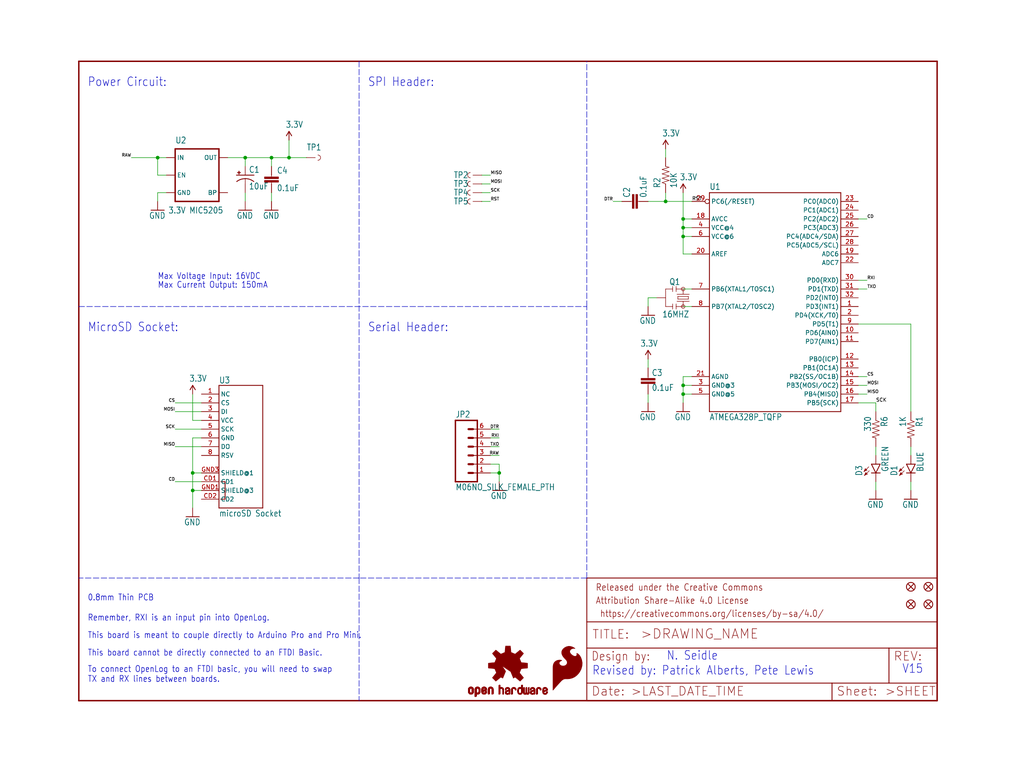
<source format=kicad_sch>
(kicad_sch (version 20211123) (generator eeschema)
  (paper "User" 297.002 223.926)
  (lib_symbols
    (symbol "eagleSchem-eagle-import:0.1UF-25V(+80{slash}-20%)(0603)"
      (property "Reference" "C" (at 1.524 2.921 0))
      (property "Value" "0.1UF-25V(+80{slash}-20%)(0603)" (at 1.524 -2.159 0))
      (symbol "0.1UF-25V(+80{slash}-20%)(0603)_1_0"
        (pin passive line (at 0 5.08 270) (length 2.54) (name "1") (number "1"))
        (pin passive line (at 0 -2.54 90) (length 2.54) (name "2") (number "2"))
      )
    )
    (symbol "eagleSchem-eagle-import:10KOHM-1{slash}10W-1%(0603)0603"
      (property "Reference" "R" (at -3.81 1.4986 0))
      (property "Value" "10KOHM-1{slash}10W-1%(0603)0603" (at -3.81 -3.302 0))
      (symbol "10KOHM-1{slash}10W-1%(0603)0603_1_0"
        (pin passive line (at -5.08 0 0) (length 2.54) (name "1") (number "1"))
        (pin passive line (at 5.08 0 180) (length 2.54) (name "2") (number "2"))
      )
    )
    (symbol "eagleSchem-eagle-import:10UF-6.3V-20%(0603)(TANT){dblquote}"
      (property "Reference" "C" (at 1.016 0.635 0))
      (property "Value" "10UF-6.3V-20%(0603)(TANT){dblquote}" (at 1.016 -4.191 0))
      (symbol "10UF-6.3V-20%(0603)(TANT){dblquote}_1_0"
        (pin passive line (at 0 2.54 270) (length 2.54) (name "+") (number "A"))
        (pin passive line (at 0 -5.08 90) (length 2.54) (name "-") (number "K"))
      )
    )
    (symbol "eagleSchem-eagle-import:1KOHM-1{slash}10W-1%(0603)"
      (property "Reference" "R" (at -3.81 1.4986 0))
      (property "Value" "1KOHM-1{slash}10W-1%(0603)" (at -3.81 -3.302 0))
      (symbol "1KOHM-1{slash}10W-1%(0603)_1_0"
        (pin passive line (at -5.08 0 0) (length 2.54) (name "1") (number "1"))
        (pin passive line (at 5.08 0 180) (length 2.54) (name "2") (number "2"))
      )
    )
    (symbol "eagleSchem-eagle-import:3.3V" (power)
      (property "Value" "3.3V" (at -1.016 3.556 0))
      (symbol "3.3V_1_0"
        (pin power_in line (at 0 0 90) (length 2.54) (name "3.3V") (number "1"))
      )
    )
    (symbol "eagleSchem-eagle-import:330OHM1{slash}10W1%(0603)"
      (property "Reference" "R" (at -3.81 1.4986 0))
      (property "Value" "330OHM1{slash}10W1%(0603)" (at -3.81 -3.302 0))
      (symbol "330OHM1{slash}10W1%(0603)_1_0"
        (pin passive line (at -5.08 0 0) (length 2.54) (name "1") (number "1"))
        (pin passive line (at 5.08 0 180) (length 2.54) (name "2") (number "2"))
      )
    )
    (symbol "eagleSchem-eagle-import:ATMEGA328P_TQFP"
      (property "Reference" "U" (at -20.32 33.782 0))
      (property "Value" "ATMEGA328P_TQFP" (at -20.32 -33.02 0))
      (symbol "ATMEGA328P_TQFP_1_0"
        (pin bidirectional line (at 22.86 0 180) (length 5.08) (name "PD3(INT1)") (number "1"))
        (pin bidirectional line (at 22.86 -7.62 180) (length 5.08) (name "PD6(AIN0)") (number "10"))
        (pin bidirectional line (at 22.86 -10.16 180) (length 5.08) (name "PD7(AIN1)") (number "11"))
        (pin bidirectional line (at 22.86 -15.24 180) (length 5.08) (name "PB0(ICP)") (number "12"))
        (pin bidirectional line (at 22.86 -17.78 180) (length 5.08) (name "PB1(OC1A)") (number "13"))
        (pin bidirectional line (at 22.86 -20.32 180) (length 5.08) (name "PB2(SS/OC1B)") (number "14"))
        (pin bidirectional line (at 22.86 -22.86 180) (length 5.08) (name "PB3(MOSI/OC2)") (number "15"))
        (pin bidirectional line (at 22.86 -25.4 180) (length 5.08) (name "PB4(MISO)") (number "16"))
        (pin bidirectional line (at 22.86 -27.94 180) (length 5.08) (name "PB5(SCK)") (number "17"))
        (pin bidirectional line (at -25.4 25.4 0) (length 5.08) (name "AVCC") (number "18"))
        (pin bidirectional line (at 22.86 15.24 180) (length 5.08) (name "ADC6") (number "19"))
        (pin bidirectional line (at 22.86 -2.54 180) (length 5.08) (name "PD4(XCK/T0)") (number "2"))
        (pin bidirectional line (at -25.4 15.24 0) (length 5.08) (name "AREF") (number "20"))
        (pin bidirectional line (at -25.4 -20.32 0) (length 5.08) (name "AGND") (number "21"))
        (pin bidirectional line (at 22.86 12.7 180) (length 5.08) (name "ADC7") (number "22"))
        (pin bidirectional line (at 22.86 30.48 180) (length 5.08) (name "PC0(ADC0)") (number "23"))
        (pin bidirectional line (at 22.86 27.94 180) (length 5.08) (name "PC1(ADC1)") (number "24"))
        (pin bidirectional line (at 22.86 25.4 180) (length 5.08) (name "PC2(ADC2)") (number "25"))
        (pin bidirectional line (at 22.86 22.86 180) (length 5.08) (name "PC3(ADC3)") (number "26"))
        (pin bidirectional line (at 22.86 20.32 180) (length 5.08) (name "PC4(ADC4/SDA)") (number "27"))
        (pin bidirectional line (at 22.86 17.78 180) (length 5.08) (name "PC5(ADC5/SCL)") (number "28"))
        (pin bidirectional inverted (at -25.4 30.48 0) (length 5.08) (name "PC6(/RESET)") (number "29"))
        (pin bidirectional line (at -25.4 -22.86 0) (length 5.08) (name "GND@3") (number "3"))
        (pin bidirectional line (at 22.86 7.62 180) (length 5.08) (name "PD0(RXD)") (number "30"))
        (pin bidirectional line (at 22.86 5.08 180) (length 5.08) (name "PD1(TXD)") (number "31"))
        (pin bidirectional line (at 22.86 2.54 180) (length 5.08) (name "PD2(INT0)") (number "32"))
        (pin bidirectional line (at -25.4 22.86 0) (length 5.08) (name "VCC@4") (number "4"))
        (pin bidirectional line (at -25.4 -25.4 0) (length 5.08) (name "GND@5") (number "5"))
        (pin bidirectional line (at -25.4 20.32 0) (length 5.08) (name "VCC@6") (number "6"))
        (pin bidirectional line (at -25.4 5.08 0) (length 5.08) (name "PB6(XTAL1/TOSC1)") (number "7"))
        (pin bidirectional line (at -25.4 0 0) (length 5.08) (name "PB7(XTAL2/TOSC2)") (number "8"))
        (pin bidirectional line (at 22.86 -5.08 180) (length 5.08) (name "PD5(T1)") (number "9"))
      )
    )
    (symbol "eagleSchem-eagle-import:FIDUCIALUFIDUCIAL")
    (symbol "eagleSchem-eagle-import:FRAME-LETTER"
      (symbol "FRAME-LETTER_2_0"
        (text " https://creativecommons.org/licenses/by-sa/4.0/" (at 2.54 24.13 0) (effects (font (size 1.9304 1.6408)) (justify left bottom)))
        (text ">DRAWING_NAME" (at 15.494 17.78 0) (effects (font (size 2.7432 2.7432)) (justify left bottom)))
        (text ">LAST_DATE_TIME" (at 12.7 1.27 0) (effects (font (size 2.54 2.54)) (justify left bottom)))
        (text ">SHEET" (at 86.36 1.27 0) (effects (font (size 2.54 2.54)) (justify left bottom)))
        (text "Attribution Share-Alike 4.0 License" (at 2.54 27.94 0) (effects (font (size 1.9304 1.6408)) (justify left bottom)))
        (text "Date:" (at 1.27 1.27 0) (effects (font (size 2.54 2.54)) (justify left bottom)))
        (text "Design by:" (at 1.27 11.43 0) (effects (font (size 2.54 2.159)) (justify left bottom)))
        (text "Released under the Creative Commons" (at 2.54 31.75 0) (effects (font (size 1.9304 1.6408)) (justify left bottom)))
        (text "REV:" (at 88.9 11.43 0) (effects (font (size 2.54 2.54)) (justify left bottom)))
        (text "Sheet:" (at 72.39 1.27 0) (effects (font (size 2.54 2.54)) (justify left bottom)))
        (text "TITLE:" (at 1.524 17.78 0) (effects (font (size 2.54 2.54)) (justify left bottom)))
      )
    )
    (symbol "eagleSchem-eagle-import:GND" (power)
      (property "Value" "GND" (at -2.54 -2.54 0))
      (symbol "GND_1_0"
        (pin power_in line (at 0 2.54 270) (length 2.54) (name "GND") (number "1"))
      )
    )
    (symbol "eagleSchem-eagle-import:LED-BLUE0603"
      (property "Reference" "D" (at 3.556 -4.572 90))
      (property "Value" "LED-BLUE0603" (at 5.715 -4.572 90))
      (symbol "LED-BLUE0603_1_0"
        (pin passive line (at 0 2.54 270) (length 2.54) (name "A") (number "A"))
        (pin passive line (at 0 -5.08 90) (length 2.54) (name "C") (number "C"))
      )
    )
    (symbol "eagleSchem-eagle-import:LED-GREEN0603"
      (property "Reference" "D" (at 3.556 -4.572 90))
      (property "Value" "LED-GREEN0603" (at 5.715 -4.572 90))
      (symbol "LED-GREEN0603_1_0"
        (pin passive line (at 0 2.54 270) (length 2.54) (name "A") (number "A"))
        (pin passive line (at 0 -5.08 90) (length 2.54) (name "C") (number "C"))
      )
    )
    (symbol "eagleSchem-eagle-import:M06NO_SILK_FEMALE_PTH"
      (property "Reference" "J" (at -5.08 10.922 0))
      (property "Value" "M06NO_SILK_FEMALE_PTH" (at -5.08 -10.16 0))
      (symbol "M06NO_SILK_FEMALE_PTH_1_0"
        (pin passive line (at 5.08 -5.08 180) (length 5.08) (name "1") (number "1"))
        (pin passive line (at 5.08 -2.54 180) (length 5.08) (name "2") (number "2"))
        (pin passive line (at 5.08 0 180) (length 5.08) (name "3") (number "3"))
        (pin passive line (at 5.08 2.54 180) (length 5.08) (name "4") (number "4"))
        (pin passive line (at 5.08 5.08 180) (length 5.08) (name "5") (number "5"))
        (pin passive line (at 5.08 7.62 180) (length 5.08) (name "6") (number "6"))
      )
    )
    (symbol "eagleSchem-eagle-import:MIC52053.3V"
      (property "Reference" "U" (at -7.62 9.144 0))
      (property "Value" "MIC52053.3V" (at -7.62 -11.43 0))
      (symbol "MIC52053.3V_1_0"
        (pin input line (at -10.16 5.08 0) (length 2.54) (name "IN") (number "1"))
        (pin input line (at -10.16 -5.08 0) (length 2.54) (name "GND") (number "2"))
        (pin input line (at -10.16 0 0) (length 2.54) (name "EN") (number "3"))
        (pin input line (at 7.62 -5.08 180) (length 2.54) (name "BP") (number "4"))
        (pin passive line (at 7.62 5.08 180) (length 2.54) (name "OUT") (number "5"))
      )
    )
    (symbol "eagleSchem-eagle-import:OSHW-LOGOMINI")
    (symbol "eagleSchem-eagle-import:RESONATOR16MHZ"
      (property "Reference" "Y" (at 2.54 1.016 0))
      (property "Value" "RESONATOR16MHZ" (at 2.54 -7.62 0))
      (symbol "RESONATOR16MHZ_1_0"
        (pin passive line (at -2.54 0 0) (length 0) (name "1") (number "1"))
        (pin passive line (at 0 -7.62 90) (length 0) (name "2") (number "2"))
        (pin passive line (at 2.54 0 180) (length 0) (name "3") (number "3"))
      )
    )
    (symbol "eagleSchem-eagle-import:SFE_LOGO_FLAME.1_INCH")
    (symbol "eagleSchem-eagle-import:TEST-POINT3"
      (property "Reference" "TP" (at -2.54 2.54 0))
      (property "Value" "TEST-POINT3" (at -2.54 -2.54 0))
      (symbol "TEST-POINT3_1_0"
        (pin bidirectional line (at 0 0 180) (length 0) (name "1") (number "P$1"))
      )
    )
    (symbol "eagleSchem-eagle-import:USD-SOCKET"
      (property "Reference" "JP" (at -2.54 15.748 0))
      (property "Value" "USD-SOCKET" (at -2.54 -22.86 0))
      (symbol "USD-SOCKET_1_0"
        (pin bidirectional line (at -7.62 12.7 0) (length 5.08) (name "NC") (number "1"))
        (pin bidirectional line (at -7.62 10.16 0) (length 5.08) (name "CS") (number "2"))
        (pin bidirectional line (at -7.62 7.62 0) (length 5.08) (name "DI") (number "3"))
        (pin bidirectional line (at -7.62 5.08 0) (length 5.08) (name "VCC") (number "4"))
        (pin bidirectional line (at -7.62 2.54 0) (length 5.08) (name "SCK") (number "5"))
        (pin bidirectional line (at -7.62 0 0) (length 5.08) (name "GND") (number "6"))
        (pin bidirectional line (at -7.62 -2.54 0) (length 5.08) (name "DO") (number "7"))
        (pin bidirectional line (at -7.62 -5.08 0) (length 5.08) (name "RSV") (number "8"))
        (pin bidirectional line (at -7.62 -12.7 0) (length 5.08) (name "CD1") (number "CD1"))
        (pin bidirectional line (at -7.62 -17.78 0) (length 5.08) (name "CD2") (number "CD2"))
        (pin bidirectional line (at -7.62 -15.24 0) (length 5.08) (name "SHIELD@3") (number "GND1"))
        (pin bidirectional line (at -7.62 -10.16 0) (length 5.08) (name "SHIELD@1") (number "GND3"))
      )
    )
  )
  (junction (at 55.88 137.16))
  (junction (at 198.12 111.76))
  (junction (at 198.12 114.3))
  (junction (at 198.12 66.04))
  (junction (at 144.78 137.16))
  (junction (at 198.12 68.58))
  (junction (at 71.12 45.72))
  (junction (at 193.04 58.42))
  (junction (at 83.82 45.72))
  (junction (at 78.74 45.72))
  (junction (at 55.88 142.24))
  (junction (at 198.12 63.5))
  (junction (at 45.72 45.72))
  (wire (pts (xy 48.26 55.88) (xy 45.72 55.88)))
  (wire (pts (xy 83.82 40.64) (xy 83.82 45.72)))
  (wire (pts (xy 264.16 93.98) (xy 264.16 119.38)))
  (wire (pts (xy 200.66 63.5) (xy 198.12 63.5)))
  (polyline (pts (xy 170.18 88.9) (xy 170.18 17.78)))
  (polyline (pts (xy 104.14 167.64) (xy 22.86 167.64)))
  (wire (pts (xy 71.12 45.72) (xy 78.74 45.72)))
  (wire (pts (xy 71.12 58.42) (xy 71.12 55.88)))
  (wire (pts (xy 200.66 109.22) (xy 198.12 109.22)))
  (wire (pts (xy 198.12 111.76) (xy 198.12 114.3)))
  (wire (pts (xy 58.42 121.92) (xy 55.88 121.92)))
  (wire (pts (xy 58.42 129.54) (xy 50.8 129.54)))
  (wire (pts (xy 193.04 43.18) (xy 193.04 45.72)))
  (wire (pts (xy 200.66 68.58) (xy 198.12 68.58)))
  (wire (pts (xy 198.12 63.5) (xy 198.12 55.88)))
  (wire (pts (xy 264.16 132.08) (xy 264.16 129.54)))
  (wire (pts (xy 58.42 142.24) (xy 55.88 142.24)))
  (wire (pts (xy 193.04 55.88) (xy 193.04 58.42)))
  (wire (pts (xy 248.92 81.28) (xy 251.46 81.28)))
  (wire (pts (xy 55.88 137.16) (xy 55.88 142.24)))
  (wire (pts (xy 88.9 45.72) (xy 83.82 45.72)))
  (wire (pts (xy 58.42 124.46) (xy 50.8 124.46)))
  (wire (pts (xy 187.96 104.14) (xy 187.96 106.68)))
  (wire (pts (xy 142.24 132.08) (xy 144.78 132.08)))
  (wire (pts (xy 248.92 83.82) (xy 251.46 83.82)))
  (wire (pts (xy 83.82 45.72) (xy 78.74 45.72)))
  (wire (pts (xy 254 142.24) (xy 254 139.7)))
  (wire (pts (xy 55.88 121.92) (xy 55.88 114.3)))
  (wire (pts (xy 248.92 63.5) (xy 251.46 63.5)))
  (polyline (pts (xy 104.14 167.64) (xy 104.14 203.2)))
  (wire (pts (xy 200.66 73.66) (xy 198.12 73.66)))
  (wire (pts (xy 198.12 109.22) (xy 198.12 111.76)))
  (wire (pts (xy 200.66 111.76) (xy 198.12 111.76)))
  (wire (pts (xy 198.12 73.66) (xy 198.12 68.58)))
  (wire (pts (xy 264.16 139.7) (xy 264.16 142.24)))
  (wire (pts (xy 198.12 68.58) (xy 198.12 66.04)))
  (wire (pts (xy 66.04 45.72) (xy 71.12 45.72)))
  (wire (pts (xy 58.42 127) (xy 55.88 127)))
  (polyline (pts (xy 170.18 167.64) (xy 104.14 167.64)))
  (wire (pts (xy 198.12 83.82) (xy 200.66 83.82)))
  (wire (pts (xy 200.66 114.3) (xy 198.12 114.3)))
  (wire (pts (xy 200.66 58.42) (xy 193.04 58.42)))
  (wire (pts (xy 55.88 127) (xy 55.88 137.16)))
  (wire (pts (xy 71.12 45.72) (xy 71.12 48.26)))
  (wire (pts (xy 248.92 116.84) (xy 254 116.84)))
  (wire (pts (xy 78.74 58.42) (xy 78.74 55.88)))
  (polyline (pts (xy 22.86 88.9) (xy 170.18 88.9)))
  (wire (pts (xy 187.96 116.84) (xy 187.96 114.3)))
  (wire (pts (xy 142.24 124.46) (xy 144.78 124.46)))
  (wire (pts (xy 248.92 114.3) (xy 251.46 114.3)))
  (wire (pts (xy 198.12 114.3) (xy 198.12 116.84)))
  (wire (pts (xy 55.88 142.24) (xy 55.88 147.32)))
  (wire (pts (xy 139.7 58.42) (xy 142.24 58.42)))
  (wire (pts (xy 142.24 137.16) (xy 144.78 137.16)))
  (wire (pts (xy 200.66 66.04) (xy 198.12 66.04)))
  (wire (pts (xy 248.92 111.76) (xy 251.46 111.76)))
  (wire (pts (xy 139.7 55.88) (xy 142.24 55.88)))
  (wire (pts (xy 38.1 45.72) (xy 45.72 45.72)))
  (wire (pts (xy 187.96 86.36) (xy 190.5 86.36)))
  (wire (pts (xy 254 116.84) (xy 254 119.38)))
  (wire (pts (xy 248.92 93.98) (xy 264.16 93.98)))
  (wire (pts (xy 142.24 134.62) (xy 144.78 134.62)))
  (wire (pts (xy 45.72 55.88) (xy 45.72 58.42)))
  (wire (pts (xy 248.92 109.22) (xy 251.46 109.22)))
  (wire (pts (xy 198.12 66.04) (xy 198.12 63.5)))
  (wire (pts (xy 144.78 137.16) (xy 144.78 139.7)))
  (wire (pts (xy 45.72 45.72) (xy 48.26 45.72)))
  (wire (pts (xy 144.78 134.62) (xy 144.78 137.16)))
  (polyline (pts (xy 170.18 167.64) (xy 170.18 88.9)))
  (wire (pts (xy 180.34 58.42) (xy 177.8 58.42)))
  (wire (pts (xy 48.26 50.8) (xy 45.72 50.8)))
  (wire (pts (xy 58.42 137.16) (xy 55.88 137.16)))
  (wire (pts (xy 193.04 58.42) (xy 187.96 58.42)))
  (wire (pts (xy 58.42 119.38) (xy 50.8 119.38)))
  (wire (pts (xy 187.96 88.9) (xy 187.96 86.36)))
  (wire (pts (xy 198.12 88.9) (xy 200.66 88.9)))
  (polyline (pts (xy 104.14 17.78) (xy 104.14 167.64)))
  (wire (pts (xy 142.24 129.54) (xy 144.78 129.54)))
  (wire (pts (xy 142.24 127) (xy 144.78 127)))
  (wire (pts (xy 45.72 50.8) (xy 45.72 45.72)))
  (wire (pts (xy 78.74 45.72) (xy 78.74 48.26)))
  (wire (pts (xy 58.42 116.84) (xy 50.8 116.84)))
  (wire (pts (xy 139.7 53.34) (xy 142.24 53.34)))
  (wire (pts (xy 254 129.54) (xy 254 132.08)))
  (wire (pts (xy 58.42 139.7) (xy 50.8 139.7)))
  (wire (pts (xy 139.7 50.8) (xy 142.24 50.8)))
  (text "Revised by: Patrick Alberts, Pete Lewis" (at 171.704 196.088 180) (effects (font (size 2.54 2.159)) (justify left bottom)))
  (text "To connect OpenLog to an FTDI basic, you will need to swap\nTX and RX lines between boards." (at 25.4 198.12 0) (effects (font (size 1.778 1.5113)) (justify left bottom)))
  (text "Remember, RXI is an input pin into OpenLog." (at 25.4 180.34 180) (effects (font (size 1.778 1.5113)) (justify left bottom)))
  (text "N. Seidle" (at 193.294 191.77 180) (effects (font (size 2.54 2.159)) (justify left bottom)))
  (text "0.8mm Thin PCB" (at 25.4 174.498 180) (effects (font (size 1.778 1.5113)) (justify left bottom)))
  (text "V15" (at 261.62 195.58 180) (effects (font (size 2.54 2.159)) (justify left bottom)))
  (text "This board is meant to couple directly to Arduino Pro and Pro Mini." (at 25.4 185.42 0) (effects (font (size 1.778 1.5113)) (justify left bottom)))
  (text "Power Circuit:" (at 25.4 25.4 180) (effects (font (size 2.54 2.159)) (justify left bottom)))
  (text "SPI Header:" (at 106.68 25.4 180) (effects (font (size 2.54 2.159)) (justify left bottom)))
  (text "MicroSD Socket:" (at 25.4 96.52 180) (effects (font (size 2.54 2.159)) (justify left bottom)))
  (text "Serial Header:" (at 106.68 96.52 180) (effects (font (size 2.54 2.159)) (justify left bottom)))
  (text "Max Voltage Input: 16VDC" (at 45.72 81.28 180) (effects (font (size 1.778 1.5113)) (justify left bottom)))
  (text "This board cannot be directly connected to an FTDI Basic." (at 25.4 190.5 0) (effects (font (size 1.778 1.5113)) (justify left bottom)))
  (text "Max Current Output: 150mA" (at 45.72 83.82 180) (effects (font (size 1.778 1.5113)) (justify left bottom)))
  (label "SCK" (at 254 116.84 0) (effects (font (size 1.016 1.016))))
  (label "RST" (at 200.66 58.42 0) (effects (font (size 1.016 1.016))))
  (label "RXI" (at 251.46 81.28 0) (effects (font (size 0.889 0.889))))
  (label "DTR" (at 144.78 124.46 180) (effects (font (size 0.889 0.889))))
  (label "CS" (at 50.8 116.84 180) (effects (font (size 0.889 0.889))))
  (label "MISO" (at 142.24 50.8 0) (effects (font (size 0.889 0.889))))
  (label "DTR" (at 177.8 58.42 180) (effects (font (size 0.889 0.889))))
  (label "TXO" (at 251.46 83.82 0) (effects (font (size 0.889 0.889))))
  (label "MOSI" (at 50.8 119.38 180) (effects (font (size 0.889 0.889))))
  (label "MOSI" (at 142.24 53.34 0) (effects (font (size 0.889 0.889))))
  (label "CD" (at 50.8 139.7 180) (effects (font (size 0.889 0.889))))
  (label "MISO" (at 251.46 114.3 0) (effects (font (size 0.889 0.889))))
  (label "MOSI" (at 251.46 111.76 0) (effects (font (size 0.889 0.889))))
  (label "CS" (at 251.46 109.22 0) (effects (font (size 0.889 0.889))))
  (label "CD" (at 251.46 63.5 0) (effects (font (size 0.889 0.889))))
  (label "RAW" (at 144.78 132.08 180) (effects (font (size 0.889 0.889))))
  (label "SCK" (at 50.8 124.46 180) (effects (font (size 0.889 0.889))))
  (label "RAW" (at 38.1 45.72 180) (effects (font (size 0.889 0.889))))
  (label "RXI" (at 144.78 127 180) (effects (font (size 0.889 0.889))))
  (label "TXO" (at 144.78 129.54 180) (effects (font (size 0.889 0.889))))
  (label "RST" (at 142.24 58.42 0) (effects (font (size 0.889 0.889))))
  (label "SCK" (at 142.24 55.88 0) (effects (font (size 0.889 0.889))))
  (label "MISO" (at 50.8 129.54 180) (effects (font (size 0.889 0.889))))
  (symbol (lib_id "eagleSchem-eagle-import:3.3V") (at 55.88 114.3 0) (unit 1)
    (property "Reference" "#P+2" (effects hide))
    (property "Value" "3.3V" (at 54.864 110.744 0) (effects (font (size 1.778 1.5113)) (justify left bottom)))
    (property "Footprint" "eagleSchem:" (effects hide))
  )
  (symbol (lib_id "eagleSchem-eagle-import:GND") (at 78.74 60.96 0) (unit 1)
    (property "Reference" "#GND26" (effects hide))
    (property "Value" "GND" (at 76.2 63.5 0) (effects (font (size 1.778 1.5113)) (justify left bottom)))
    (property "Footprint" "eagleSchem:" (effects hide))
  )
  (symbol (lib_id "eagleSchem-eagle-import:TEST-POINT3") (at 139.7 50.8 180) (unit 1)
    (property "Reference" "TP2" (at 135.89 49.784 0) (effects (font (size 1.778 1.5113)) (justify left bottom)))
    (property "Value" "TEST-POINT3" (effects hide))
    (property "Footprint" "eagleSchem:PAD.03X.03" (effects hide))
  )
  (symbol (lib_id "eagleSchem-eagle-import:FIDUCIALUFIDUCIAL") (at 269.24 170.18 0) (unit 1)
    (property "Reference" "FID1" (effects hide))
    (property "Value" "FIDUCIALUFIDUCIAL" (effects hide))
    (property "Footprint" "eagleSchem:MICRO-FIDUCIAL" (effects hide))
  )
  (symbol (lib_id "eagleSchem-eagle-import:GND") (at 254 144.78 0) (unit 1)
    (property "Reference" "#GND8" (effects hide))
    (property "Value" "GND" (at 251.46 147.32 0) (effects (font (size 1.778 1.5113)) (justify left bottom)))
    (property "Footprint" "eagleSchem:" (effects hide))
  )
  (symbol (lib_id "eagleSchem-eagle-import:GND") (at 187.96 119.38 0) (unit 1)
    (property "Reference" "#GND1" (effects hide))
    (property "Value" "GND" (at 185.42 121.92 0) (effects (font (size 1.778 1.5113)) (justify left bottom)))
    (property "Footprint" "eagleSchem:" (effects hide))
  )
  (symbol (lib_id "eagleSchem-eagle-import:GND") (at 187.96 91.44 0) (unit 1)
    (property "Reference" "#GND4" (effects hide))
    (property "Value" "GND" (at 185.42 93.98 0) (effects (font (size 1.778 1.5113)) (justify left bottom)))
    (property "Footprint" "eagleSchem:" (effects hide))
  )
  (symbol (lib_id "eagleSchem-eagle-import:1KOHM-1{slash}10W-1%(0603)") (at 264.16 124.46 270) (unit 1)
    (property "Reference" "R1" (at 265.6586 120.65 0) (effects (font (size 1.778 1.5113)) (justify left bottom)))
    (property "Value" "1K" (at 260.858 120.65 0) (effects (font (size 1.778 1.5113)) (justify left bottom)))
    (property "Footprint" "eagleSchem:0603-RES" (effects hide))
  )
  (symbol (lib_id "eagleSchem-eagle-import:GND") (at 55.88 149.86 0) (unit 1)
    (property "Reference" "#GND3" (effects hide))
    (property "Value" "GND" (at 53.34 152.4 0) (effects (font (size 1.778 1.5113)) (justify left bottom)))
    (property "Footprint" "eagleSchem:" (effects hide))
  )
  (symbol (lib_id "eagleSchem-eagle-import:RESONATOR16MHZ") (at 198.12 86.36 270) (mirror x) (unit 1)
    (property "Reference" "Q1" (at 194.056 80.772 90) (effects (font (size 1.778 1.5113)) (justify left bottom)))
    (property "Value" "16MHZ" (at 192.024 90.17 90) (effects (font (size 1.778 1.5113)) (justify left bottom)))
    (property "Footprint" "eagleSchem:RESONATOR-SMD" (effects hide))
  )
  (symbol (lib_id "eagleSchem-eagle-import:TEST-POINT3") (at 88.9 45.72 0) (unit 1)
    (property "Reference" "TP1" (at 88.9 43.688 0) (effects (font (size 1.778 1.5113)) (justify left bottom)))
    (property "Value" "TEST-POINT3" (effects hide))
    (property "Footprint" "eagleSchem:PAD.03X.03" (effects hide))
  )
  (symbol (lib_id "eagleSchem-eagle-import:FIDUCIALUFIDUCIAL") (at 264.16 170.18 0) (unit 1)
    (property "Reference" "FID2" (effects hide))
    (property "Value" "FIDUCIALUFIDUCIAL" (effects hide))
    (property "Footprint" "eagleSchem:MICRO-FIDUCIAL" (effects hide))
  )
  (symbol (lib_id "eagleSchem-eagle-import:TEST-POINT3") (at 139.7 53.34 180) (unit 1)
    (property "Reference" "TP3" (at 135.89 52.324 0) (effects (font (size 1.778 1.5113)) (justify left bottom)))
    (property "Value" "TEST-POINT3" (effects hide))
    (property "Footprint" "eagleSchem:PAD.03X.03" (effects hide))
  )
  (symbol (lib_id "eagleSchem-eagle-import:ATMEGA328P_TQFP") (at 226.06 88.9 0) (unit 1)
    (property "Reference" "U1" (at 205.74 55.118 0) (effects (font (size 1.778 1.5113)) (justify left bottom)))
    (property "Value" "ATMEGA328P_TQFP" (at 205.74 121.92 0) (effects (font (size 1.778 1.5113)) (justify left bottom)))
    (property "Footprint" "eagleSchem:TQFP32-08" (effects hide))
  )
  (symbol (lib_id "eagleSchem-eagle-import:USD-SOCKET") (at 66.04 127 0) (unit 1)
    (property "Reference" "U3" (at 63.5 111.252 0) (effects (font (size 1.778 1.5113)) (justify left bottom)))
    (property "Value" "microSD Socket" (at 63.5 149.86 0) (effects (font (size 1.778 1.5113)) (justify left bottom)))
    (property "Footprint" "eagleSchem:MICROSD_1_1" (effects hide))
  )
  (symbol (lib_id "eagleSchem-eagle-import:FIDUCIALUFIDUCIAL") (at 269.24 175.26 0) (unit 1)
    (property "Reference" "FID3" (effects hide))
    (property "Value" "FIDUCIALUFIDUCIAL" (effects hide))
    (property "Footprint" "eagleSchem:MICRO-FIDUCIAL" (effects hide))
  )
  (symbol (lib_id "eagleSchem-eagle-import:LED-BLUE0603") (at 264.16 134.62 0) (unit 1)
    (property "Reference" "D1" (at 258.318 134.874 90) (effects (font (size 1.778 1.5113)) (justify right top)))
    (property "Value" "BLUE" (at 267.843 136.906 90) (effects (font (size 1.778 1.5113)) (justify left bottom)))
    (property "Footprint" "eagleSchem:LED-0603" (effects hide))
  )
  (symbol (lib_id "eagleSchem-eagle-import:FRAME-LETTER") (at 170.18 203.2 0) (unit 2)
    (property "Reference" "FRAME1" (effects hide))
    (property "Value" "FRAME-LETTER" (effects hide))
    (property "Footprint" "eagleSchem:CREATIVE_COMMONS" (effects hide))
  )
  (symbol (lib_id "eagleSchem-eagle-import:0.1UF-25V(+80{slash}-20%)(0603)") (at 78.74 53.34 0) (unit 1)
    (property "Reference" "C4" (at 80.264 50.419 0) (effects (font (size 1.778 1.5113)) (justify left bottom)))
    (property "Value" "0.1uF" (at 80.264 55.499 0) (effects (font (size 1.778 1.5113)) (justify left bottom)))
    (property "Footprint" "eagleSchem:0603-CAP" (effects hide))
  )
  (symbol (lib_id "eagleSchem-eagle-import:M06NO_SILK_FEMALE_PTH") (at 137.16 132.08 0) (unit 1)
    (property "Reference" "JP2" (at 132.08 121.158 0) (effects (font (size 1.778 1.5113)) (justify left bottom)))
    (property "Value" "M06NO_SILK_FEMALE_PTH" (at 132.08 142.24 0) (effects (font (size 1.778 1.5113)) (justify left bottom)))
    (property "Footprint" "eagleSchem:1X06_NO_SILK" (effects hide))
  )
  (symbol (lib_id "eagleSchem-eagle-import:3.3V") (at 83.82 40.64 0) (unit 1)
    (property "Reference" "#P+12" (effects hide))
    (property "Value" "3.3V" (at 82.804 37.084 0) (effects (font (size 1.778 1.5113)) (justify left bottom)))
    (property "Footprint" "eagleSchem:" (effects hide))
  )
  (symbol (lib_id "eagleSchem-eagle-import:TEST-POINT3") (at 139.7 58.42 180) (unit 1)
    (property "Reference" "TP5" (at 135.89 57.404 0) (effects (font (size 1.778 1.5113)) (justify left bottom)))
    (property "Value" "TEST-POINT3" (effects hide))
    (property "Footprint" "eagleSchem:PAD.03X.03" (effects hide))
  )
  (symbol (lib_id "eagleSchem-eagle-import:0.1UF-25V(+80{slash}-20%)(0603)") (at 187.96 109.22 180) (unit 1)
    (property "Reference" "C3" (at 188.976 109.093 0) (effects (font (size 1.778 1.5113)) (justify right top)))
    (property "Value" "0.1uF" (at 188.976 113.411 0) (effects (font (size 1.778 1.5113)) (justify right top)))
    (property "Footprint" "eagleSchem:0603-CAP" (effects hide))
  )
  (symbol (lib_id "eagleSchem-eagle-import:TEST-POINT3") (at 139.7 55.88 180) (unit 1)
    (property "Reference" "TP4" (at 135.89 54.864 0) (effects (font (size 1.778 1.5113)) (justify left bottom)))
    (property "Value" "TEST-POINT3" (effects hide))
    (property "Footprint" "eagleSchem:PAD.03X.03" (effects hide))
  )
  (symbol (lib_id "eagleSchem-eagle-import:3.3V") (at 187.96 104.14 0) (unit 1)
    (property "Reference" "#P+15" (effects hide))
    (property "Value" "3.3V" (at 185.674 100.584 0) (effects (font (size 1.778 1.5113)) (justify left bottom)))
    (property "Footprint" "eagleSchem:" (effects hide))
  )
  (symbol (lib_id "eagleSchem-eagle-import:GND") (at 144.78 142.24 0) (unit 1)
    (property "Reference" "#GND6" (effects hide))
    (property "Value" "GND" (at 142.24 144.78 0) (effects (font (size 1.778 1.5113)) (justify left bottom)))
    (property "Footprint" "eagleSchem:" (effects hide))
  )
  (symbol (lib_id "eagleSchem-eagle-import:0.1UF-25V(+80{slash}-20%)(0603)") (at 182.88 58.42 270) (unit 1)
    (property "Reference" "C2" (at 182.753 57.404 0) (effects (font (size 1.778 1.5113)) (justify right top)))
    (property "Value" "0.1uF" (at 187.579 57.404 0) (effects (font (size 1.778 1.5113)) (justify right top)))
    (property "Footprint" "eagleSchem:0603-CAP" (effects hide))
  )
  (symbol (lib_id "eagleSchem-eagle-import:FIDUCIALUFIDUCIAL") (at 264.16 175.26 0) (unit 1)
    (property "Reference" "FID4" (effects hide))
    (property "Value" "FIDUCIALUFIDUCIAL" (effects hide))
    (property "Footprint" "eagleSchem:MICRO-FIDUCIAL" (effects hide))
  )
  (symbol (lib_id "eagleSchem-eagle-import:3.3V") (at 198.12 55.88 0) (unit 1)
    (property "Reference" "#P+1" (effects hide))
    (property "Value" "3.3V" (at 197.104 52.324 0) (effects (font (size 1.778 1.5113)) (justify left bottom)))
    (property "Footprint" "eagleSchem:" (effects hide))
  )
  (symbol (lib_id "eagleSchem-eagle-import:LED-GREEN0603") (at 254 134.62 0) (unit 1)
    (property "Reference" "D3" (at 248.158 134.874 90) (effects (font (size 1.778 1.5113)) (justify right top)))
    (property "Value" "GREEN" (at 257.683 136.906 90) (effects (font (size 1.778 1.5113)) (justify left bottom)))
    (property "Footprint" "eagleSchem:LED-0603" (effects hide))
  )
  (symbol (lib_id "eagleSchem-eagle-import:FRAME-LETTER") (at 22.86 203.2 0) (unit 1)
    (property "Reference" "FRAME1" (effects hide))
    (property "Value" "FRAME-LETTER" (effects hide))
    (property "Footprint" "eagleSchem:CREATIVE_COMMONS" (effects hide))
  )
  (symbol (lib_id "eagleSchem-eagle-import:GND") (at 45.72 60.96 0) (unit 1)
    (property "Reference" "#GND30" (effects hide))
    (property "Value" "GND" (at 43.18 63.5 0) (effects (font (size 1.778 1.5113)) (justify left bottom)))
    (property "Footprint" "eagleSchem:" (effects hide))
  )
  (symbol (lib_id "eagleSchem-eagle-import:OSHW-LOGOMINI") (at 147.32 193.04 0) (unit 1)
    (property "Reference" "LOGO2" (effects hide))
    (property "Value" "OSHW-LOGOMINI" (effects hide))
    (property "Footprint" "eagleSchem:OSHW-LOGO-MINI" (effects hide))
  )
  (symbol (lib_id "eagleSchem-eagle-import:10KOHM-1{slash}10W-1%(0603)0603") (at 193.04 50.8 90) (unit 1)
    (property "Reference" "R2" (at 191.5414 54.61 0) (effects (font (size 1.778 1.5113)) (justify left bottom)))
    (property "Value" "10K" (at 196.342 54.61 0) (effects (font (size 1.778 1.5113)) (justify left bottom)))
    (property "Footprint" "eagleSchem:0603-RES" (effects hide))
  )
  (symbol (lib_id "eagleSchem-eagle-import:GND") (at 198.12 119.38 0) (unit 1)
    (property "Reference" "#GND5" (effects hide))
    (property "Value" "GND" (at 195.58 121.92 0) (effects (font (size 1.778 1.5113)) (justify left bottom)))
    (property "Footprint" "eagleSchem:" (effects hide))
  )
  (symbol (lib_id "eagleSchem-eagle-import:SFE_LOGO_FLAME.1_INCH") (at 160.02 200.66 0) (unit 1)
    (property "Reference" "LOGO1" (effects hide))
    (property "Value" "SFE_LOGO_FLAME.1_INCH" (effects hide))
    (property "Footprint" "eagleSchem:SFE_LOGO_FLAME_.1" (effects hide))
  )
  (symbol (lib_id "eagleSchem-eagle-import:MIC52053.3V") (at 58.42 50.8 0) (unit 1)
    (property "Reference" "U2" (at 50.8 41.656 0) (effects (font (size 1.778 1.5113)) (justify left bottom)))
    (property "Value" "3.3V MIC5205" (at 48.768 61.976 0) (effects (font (size 1.778 1.5113)) (justify left bottom)))
    (property "Footprint" "eagleSchem:SOT23-5" (effects hide))
  )
  (symbol (lib_id "eagleSchem-eagle-import:330OHM1{slash}10W1%(0603)") (at 254 124.46 270) (unit 1)
    (property "Reference" "R6" (at 255.4986 120.65 0) (effects (font (size 1.778 1.5113)) (justify left bottom)))
    (property "Value" "330" (at 250.698 120.65 0) (effects (font (size 1.778 1.5113)) (justify left bottom)))
    (property "Footprint" "eagleSchem:0603-RES" (effects hide))
  )
  (symbol (lib_id "eagleSchem-eagle-import:3.3V") (at 193.04 43.18 0) (unit 1)
    (property "Reference" "#P+11" (effects hide))
    (property "Value" "3.3V" (at 192.024 39.624 0) (effects (font (size 1.778 1.5113)) (justify left bottom)))
    (property "Footprint" "eagleSchem:" (effects hide))
  )
  (symbol (lib_id "eagleSchem-eagle-import:GND") (at 71.12 60.96 0) (unit 1)
    (property "Reference" "#GND25" (effects hide))
    (property "Value" "GND" (at 68.58 63.5 0) (effects (font (size 1.778 1.5113)) (justify left bottom)))
    (property "Footprint" "eagleSchem:" (effects hide))
  )
  (symbol (lib_id "eagleSchem-eagle-import:GND") (at 264.16 144.78 0) (unit 1)
    (property "Reference" "#GND2" (effects hide))
    (property "Value" "GND" (at 261.62 147.32 0) (effects (font (size 1.778 1.5113)) (justify left bottom)))
    (property "Footprint" "eagleSchem:" (effects hide))
  )
  (symbol (lib_id "eagleSchem-eagle-import:10UF-6.3V-20%(0603)(TANT){dblquote}") (at 71.12 50.8 0) (unit 1)
    (property "Reference" "C1" (at 72.136 50.165 0) (effects (font (size 1.778 1.5113)) (justify left bottom)))
    (property "Value" "10uF" (at 72.136 54.991 0) (effects (font (size 1.778 1.5113)) (justify left bottom)))
    (property "Footprint" "eagleSchem:0603-POL" (effects hide))
  )
)
</source>
